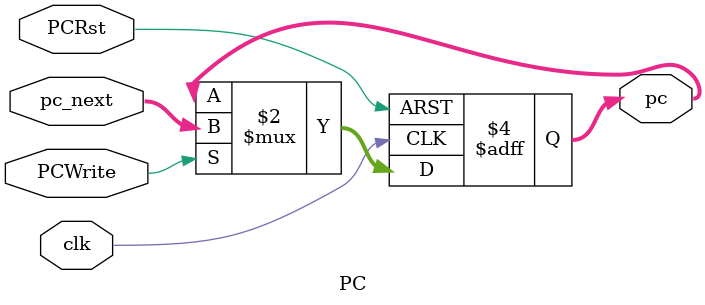
<source format=v>
module PC(pc_next, pc, PCRst, clk, PCWrite);
  
  input [31:0] pc_next;
  input PCRst;
  input clk;
  input PCWrite;
  output reg [31:0] pc;
  
  always @(posedge clk or posedge PCRst)
  begin
    if (PCRst)
      pc <= 32'h0000_0000;
    else
      if (PCWrite)
        pc <= pc_next;
  end
  
endmodule
</source>
